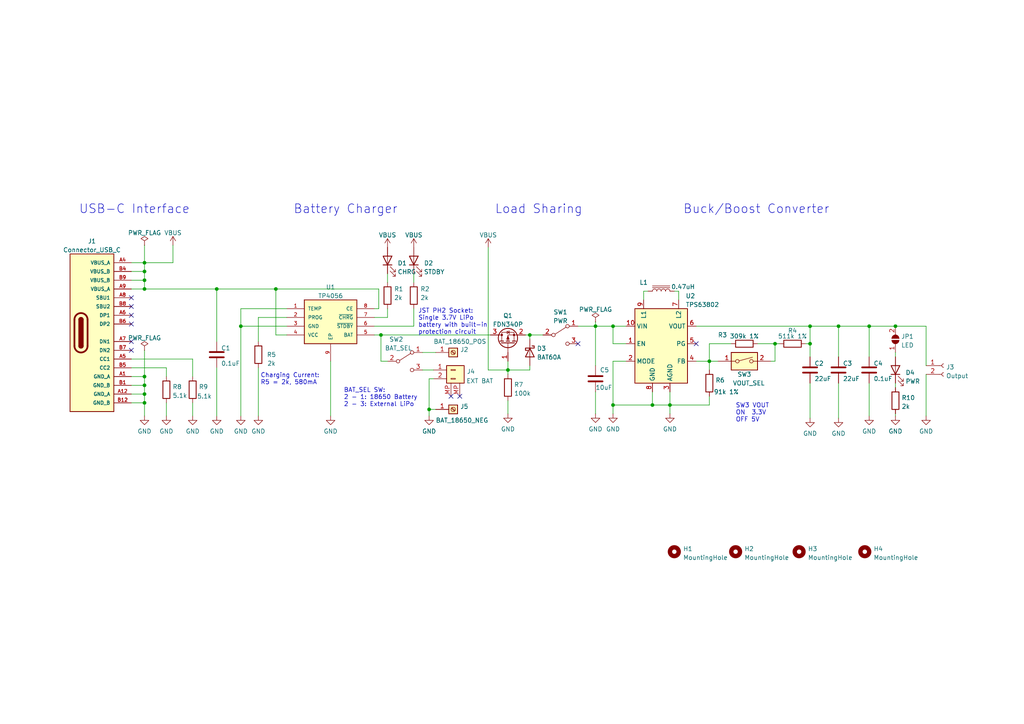
<source format=kicad_sch>
(kicad_sch (version 20211123) (generator eeschema)
  (paper "A4")
  (title_block (title "LiPo + 18650 Charger with Load Sharing") (date "2024-11-12") (rev "V1.0") (company "E-Tinkers.com") (comment 1 "www.e-tinkers.com") (comment 2 "Designed by: Henry Cheung"))
  (lib_symbols
    (symbol "Connector:Conn_01x02_Female" (pin_names (offset 1.016) hide)
      (property "Reference" "J" (at 0 2.54 0))
      (property "Value" "Conn_01x02_Female" (at 0 -5.08 0))
      (symbol "Conn_01x02_Female_1_1"
        (arc (start 0 -2.032) (mid -0.508 -2.54) (end 0 -3.048) (stroke (width 0.1524)))
        (polyline (pts (xy -1.27 -2.54) (xy -0.508 -2.54)) (stroke (width 0.1524)))
        (polyline (pts (xy -1.27 0) (xy -0.508 0)) (stroke (width 0.1524)))
        (arc (start 0 0.508) (mid -0.508 0) (end 0 -0.508) (stroke (width 0.1524)))
        (pin passive line (at -5.08 0 0) (length 3.81) (name "Pin_1") (number "1"))
        (pin passive line (at -5.08 -2.54 0) (length 3.81) (name "Pin_2") (number "2"))
      )
    )
    (symbol "Connector:Screw_Terminal_01x01" (pin_names (offset 1.016) hide)
      (property "Reference" "J" (at 0 2.54 0))
      (property "Value" "Screw_Terminal_01x01" (at 0 -2.54 0))
      (symbol "Screw_Terminal_01x01_1_1"
        (rectangle (start -1.27 1.27) (end 1.27 -1.27) (stroke (width 0.254)) (fill (type background)))
        (polyline (pts (xy -0.5334 0.3302) (xy 0.3302 -0.508)) (stroke (width 0.1524)))
        (polyline (pts (xy -0.3556 0.508) (xy 0.508 -0.3302)) (stroke (width 0.1524)))
        (circle (center 0 0) (radius 0.635) (stroke (width 0.1524)))
        (pin passive line (at -5.08 0 0) (length 3.81) (name "Pin_1") (number "1"))
      )
    )
    (symbol "Device:C" (pin_numbers hide) (pin_names (offset 0.254))
      (property "Reference" "C" (at 0.635 2.54 0))
      (property "Value" "C" (at 0.635 -2.54 0))
      (symbol "C_0_1"
        (polyline (pts (xy -2.032 -0.762) (xy 2.032 -0.762)) (stroke (width 0.508)))
        (polyline (pts (xy -2.032 0.762) (xy 2.032 0.762)) (stroke (width 0.508)))
      )
      (symbol "C_1_1"
        (pin passive line (at 0 3.81 270) (length 2.794) (name "~") (number "1"))
        (pin passive line (at 0 -3.81 90) (length 2.794) (name "~") (number "2"))
      )
    )
    (symbol "Device:D_Schottky" (pin_numbers hide) (pin_names (offset 1.016) hide)
      (property "Reference" "D" (at 0 2.54 0))
      (property "Value" "D_Schottky" (at 0 -2.54 0))
      (symbol "D_Schottky_0_1"
        (polyline (pts (xy 1.27 0) (xy -1.27 0)))
        (polyline (pts (xy 1.27 1.27) (xy 1.27 -1.27) (xy -1.27 0) (xy 1.27 1.27)) (stroke (width 0.254)))
        (polyline (pts (xy -1.905 0.635) (xy -1.905 1.27) (xy -1.27 1.27) (xy -1.27 -1.27) (xy -0.635 -1.27) (xy -0.635 -0.635)) (stroke (width 0.254)))
      )
      (symbol "D_Schottky_1_1"
        (pin passive line (at -3.81 0 0) (length 2.54) (name "K") (number "1"))
        (pin passive line (at 3.81 0 180) (length 2.54) (name "A") (number "2"))
      )
    )
    (symbol "Device:LED" (pin_numbers hide) (pin_names (offset 1.016) hide)
      (property "Reference" "D" (at 0 2.54 0))
      (property "Value" "LED" (at 0 -2.54 0))
      (symbol "LED_0_1"
        (polyline (pts (xy -1.27 -1.27) (xy -1.27 1.27)) (stroke (width 0.254)))
        (polyline (pts (xy -1.27 0) (xy 1.27 0)))
        (polyline (pts (xy 1.27 -1.27) (xy 1.27 1.27) (xy -1.27 0) (xy 1.27 -1.27)) (stroke (width 0.254)))
        (polyline (pts (xy -3.048 -0.762) (xy -4.572 -2.286) (xy -3.81 -2.286) (xy -4.572 -2.286) (xy -4.572 -1.524)))
        (polyline (pts (xy -1.778 -0.762) (xy -3.302 -2.286) (xy -2.54 -2.286) (xy -3.302 -2.286) (xy -3.302 -1.524)))
      )
      (symbol "LED_1_1"
        (pin passive line (at -3.81 0 0) (length 2.54) (name "K") (number "1"))
        (pin passive line (at 3.81 0 180) (length 2.54) (name "A") (number "2"))
      )
    )
    (symbol "Device:L_Iron" (pin_numbers hide) (pin_names (offset 1.016) hide)
      (property "Reference" "L" (at -1.27 0 90))
      (property "Value" "L_Iron" (at 2.794 0 90))
      (symbol "L_Iron_0_1"
        (arc (start 0 -2.54) (mid 0.635 -1.905) (end 0 -1.27))
        (arc (start 0 -1.27) (mid 0.635 -0.635) (end 0 0))
        (polyline (pts (xy 1.016 2.54) (xy 1.016 -2.54)))
        (polyline (pts (xy 1.524 -2.54) (xy 1.524 2.54)))
        (arc (start 0 0) (mid 0.635 0.635) (end 0 1.27))
        (arc (start 0 1.27) (mid 0.635 1.905) (end 0 2.54))
      )
      (symbol "L_Iron_1_1"
        (pin passive line (at 0 3.81 270) (length 1.27) (name "1") (number "1"))
        (pin passive line (at 0 -3.81 90) (length 1.27) (name "2") (number "2"))
      )
    )
    (symbol "Device:Q_PMOS_GSD" (pin_names (offset 0) hide)
      (property "Reference" "Q" (at 5.08 1.27 0))
      (property "Value" "Q_PMOS_GSD" (at 5.08 -1.27 0))
      (symbol "Q_PMOS_GSD_0_1"
        (polyline (pts (xy 0.254 0) (xy -2.54 0)))
        (polyline (pts (xy 0.254 1.905) (xy 0.254 -1.905)) (stroke (width 0.254)))
        (polyline (pts (xy 0.762 -1.27) (xy 0.762 -2.286)) (stroke (width 0.254)))
        (polyline (pts (xy 0.762 0.508) (xy 0.762 -0.508)) (stroke (width 0.254)))
        (polyline (pts (xy 0.762 2.286) (xy 0.762 1.27)) (stroke (width 0.254)))
        (polyline (pts (xy 2.54 2.54) (xy 2.54 1.778)))
        (polyline (pts (xy 2.54 -2.54) (xy 2.54 0) (xy 0.762 0)))
        (polyline (pts (xy 0.762 1.778) (xy 3.302 1.778) (xy 3.302 -1.778) (xy 0.762 -1.778)))
        (polyline (pts (xy 2.286 0) (xy 1.27 0.381) (xy 1.27 -0.381) (xy 2.286 0)) (fill (type outline)))
        (polyline (pts (xy 2.794 -0.508) (xy 2.921 -0.381) (xy 3.683 -0.381) (xy 3.81 -0.254)))
        (polyline (pts (xy 3.302 -0.381) (xy 2.921 0.254) (xy 3.683 0.254) (xy 3.302 -0.381)))
        (circle (center 1.651 0) (radius 2.794) (stroke (width 0.254)))
        (circle (center 2.54 -1.778) (radius 0.254) (fill (type outline)))
        (circle (center 2.54 1.778) (radius 0.254) (fill (type outline)))
      )
      (symbol "Q_PMOS_GSD_1_1"
        (pin input line (at -5.08 0 0) (length 2.54) (name "G") (number "1"))
        (pin passive line (at 2.54 -5.08 90) (length 2.54) (name "S") (number "2"))
        (pin passive line (at 2.54 5.08 270) (length 2.54) (name "D") (number "3"))
      )
    )
    (symbol "Device:R" (pin_numbers hide) (pin_names (offset 0))
      (property "Reference" "R" (at 2.032 0 90))
      (property "Value" "R" (at 0 0 90))
      (symbol "R_0_1"
        (rectangle (start -1.016 -2.54) (end 1.016 2.54) (stroke (width 0.254)))
      )
      (symbol "R_1_1"
        (pin passive line (at 0 3.81 270) (length 1.27) (name "~") (number "1"))
        (pin passive line (at 0 -3.81 90) (length 1.27) (name "~") (number "2"))
      )
    )
    (symbol "Jumper:SolderJumper_2_Open" (pin_names (offset 0) hide)
      (property "Reference" "JP" (at 0 2.032 0))
      (property "Value" "SolderJumper_2_Open" (at 0 -2.54 0))
      (symbol "SolderJumper_2_Open_0_1"
        (arc (start -0.254 1.016) (mid -1.27 0) (end -0.254 -1.016))
        (arc (start -0.254 1.016) (mid -1.27 0) (end -0.254 -1.016) (fill (type outline)))
        (polyline (pts (xy -0.254 1.016) (xy -0.254 -1.016)))
        (polyline (pts (xy 0.254 1.016) (xy 0.254 -1.016)))
        (arc (start 0.254 -1.016) (mid 1.27 0) (end 0.254 1.016))
        (arc (start 0.254 -1.016) (mid 1.27 0) (end 0.254 1.016) (fill (type outline)))
      )
      (symbol "SolderJumper_2_Open_1_1"
        (pin passive line (at -3.81 0 0) (length 2.54) (name "A") (number "1"))
        (pin passive line (at 3.81 0 180) (length 2.54) (name "B") (number "2"))
      )
    )
    (symbol "Mechanical:MountingHole" (pin_names (offset 1.016))
      (property "Reference" "H" (at 0 5.08 0))
      (property "Value" "MountingHole" (at 0 3.175 0))
      (symbol "MountingHole_0_1"
        (circle (center 0 0) (radius 1.27) (stroke (width 1.27)))
      )
    )
    (symbol "Switch:SW_DIP_x01" (pin_names (offset 0) hide)
      (property "Reference" "SW" (at 0 3.81 0))
      (property "Value" "SW_DIP_x01" (at 0 -3.81 0))
      (symbol "SW_DIP_x01_0_0"
        (circle (center -2.032 0) (radius 0.508))
        (polyline (pts (xy -1.524 0.127) (xy 2.3622 1.1684)))
        (circle (center 2.032 0) (radius 0.508))
      )
      (symbol "SW_DIP_x01_0_1"
        (rectangle (start -3.81 2.54) (end 3.81 -2.54) (stroke (width 0.254)) (fill (type background)))
      )
      (symbol "SW_DIP_x01_1_1"
        (pin passive line (at -7.62 0 0) (length 5.08) (name "~") (number "1"))
        (pin passive line (at 7.62 0 180) (length 5.08) (name "~") (number "2"))
      )
    )
    (symbol "Switch:SW_SPDT" (pin_names (offset 0) hide)
      (property "Reference" "SW" (at 0 4.318 0))
      (property "Value" "SW_SPDT" (at 0 -5.08 0))
      (symbol "SW_SPDT_0_0"
        (circle (center -2.032 0) (radius 0.508))
        (circle (center 2.032 -2.54) (radius 0.508))
      )
      (symbol "SW_SPDT_0_1"
        (polyline (pts (xy -1.524 0.254) (xy 1.651 2.286)))
        (circle (center 2.032 2.54) (radius 0.508))
      )
      (symbol "SW_SPDT_1_1"
        (pin passive line (at 5.08 2.54 180) (length 2.54) (name "A") (number "1"))
        (pin passive line (at -5.08 0 0) (length 2.54) (name "B") (number "2"))
        (pin passive line (at 5.08 -2.54 180) (length 2.54) (name "C") (number "3"))
      )
    )
    (symbol "my_library:Connector_USB_C" (pin_names (offset 1.016))
      (property "Reference" "J1" (at 0 26.5598 0))
      (property "Value" "Connector_USB_C" (at 0 24.0229 0))
      (symbol "Connector_USB_C_0_0"
        (rectangle (start -6.35 22.86) (end 6.35 -22.86) (stroke (width 0.254)) (fill (type background)))
        (pin power_in line (at 11.43 -12.7 180) (length 5.08) (name "GND_A") (number "A1"))
        (pin power_in line (at 11.43 -17.78 180) (length 5.08) (name "GND_A") (number "A12"))
        (pin power_in line (at 11.43 20.32 180) (length 5.08) (name "VBUS_A") (number "A4"))
        (pin bidirectional line (at 11.43 -7.62 180) (length 5.08) (name "CC1") (number "A5"))
        (pin bidirectional line (at 11.43 5.08 180) (length 5.08) (name "DP1") (number "A6"))
        (pin bidirectional line (at 11.43 -2.54 180) (length 5.08) (name "DN1") (number "A7"))
        (pin bidirectional line (at 11.43 10.16 180) (length 5.08) (name "SBU1") (number "A8"))
        (pin power_in line (at 11.43 12.7 180) (length 5.08) (name "VBUS_A") (number "A9"))
        (pin power_in line (at 11.43 -15.24 180) (length 5.08) (name "GND_B") (number "B1"))
        (pin power_in line (at 11.43 -20.32 180) (length 5.08) (name "GND_B") (number "B12"))
        (pin power_in line (at 11.43 17.78 180) (length 5.08) (name "VBUS_B") (number "B4"))
        (pin bidirectional line (at 11.43 -10.16 180) (length 5.08) (name "CC2") (number "B5"))
        (pin bidirectional line (at 11.43 2.54 180) (length 5.08) (name "DP2") (number "B6"))
        (pin bidirectional line (at 11.43 -5.08 180) (length 5.08) (name "DN2") (number "B7"))
        (pin bidirectional line (at 11.43 7.62 180) (length 5.08) (name "SBU2") (number "B8"))
        (pin power_in line (at 11.43 15.24 180) (length 5.08) (name "VBUS_B") (number "B9"))
        (pin no_connect line (at -3.81 -27.94 90) (length 5.08) hide (name "SHIELD") (number "S1"))
        (pin no_connect line (at -1.27 -27.94 90) (length 5.08) hide (name "SHIELD") (number "S2"))
        (pin no_connect line (at 1.27 -27.94 90) (length 5.08) hide (name "SHIELD") (number "S3"))
        (pin no_connect line (at 3.81 -27.94 90) (length 5.08) hide (name "SHIELD") (number "S4"))
      )
      (symbol "Connector_USB_C_0_1"
        (arc (start -5.08 -3.81) (mid -3.175 -5.715) (end -1.27 -3.81) (stroke (width 0.508)))
        (arc (start -3.81 -3.81) (mid -3.175 -4.445) (end -2.54 -3.81) (stroke (width 0.254)))
        (arc (start -3.81 -3.81) (mid -3.175 -4.445) (end -2.54 -3.81) (stroke (width 0.254)) (fill (type outline)))
        (rectangle (start -3.81 -3.81) (end -2.54 3.81) (stroke (width 0.254)) (fill (type outline)))
        (arc (start -2.54 3.81) (mid -3.175 4.445) (end -3.81 3.81) (stroke (width 0.254)))
        (arc (start -2.54 3.81) (mid -3.175 4.445) (end -3.81 3.81) (stroke (width 0.254)) (fill (type outline)))
        (arc (start -1.27 3.81) (mid -3.175 5.715) (end -5.08 3.81) (stroke (width 0.508)))
        (polyline (pts (xy -5.08 -3.81) (xy -5.08 3.81)) (stroke (width 0.508)))
        (polyline (pts (xy -1.27 3.81) (xy -1.27 -3.81)) (stroke (width 0.508)))
      )
    )
    (symbol "my_library:S2B-PH-SM4-TB" (pin_names (offset 1.016) hide)
      (property "Reference" "J" (at 0 2.54 0))
      (property "Value" "S2B-PH-SM4-TB" (at 0 -5.08 0))
      (symbol "S2B-PH-SM4-TB_1_1"
        (rectangle (start -2.54 1.27) (end 2.54 -3.81) (stroke (width 0.254)) (fill (type background)))
        (rectangle (start -1.27 -2.413) (end 0 -2.667) (stroke (width 0.1524)))
        (rectangle (start -1.27 0.127) (end 0 -0.127) (stroke (width 0.1524)))
        (pin passive line (at -6.35 0 0) (length 3.81) (name "Pin_1") (number "1"))
        (pin passive line (at -6.35 -2.54 0) (length 3.81) (name "Pin_2") (number "2"))
        (pin passive line (at -1.27 -7.62 90) (length 3.81) (name "") (number "MP"))
        (pin passive line (at 1.27 -7.62 90) (length 3.81) (name "") (number "MP"))
      )
    )
    (symbol "my_library:TP4056" (pin_names (offset 1.016))
      (property "Reference" "U3" (at -2.54 10.0498 0))
      (property "Value" "TP4056" (at -2.54 7.5129 0))
      (symbol "TP4056_0_0"
        (rectangle (start -10.16 6.35) (end 5.08 -6.35) (stroke (width 0.254)) (fill (type background)))
        (pin input line (at -15.24 3.81 0) (length 5.08) (name "TEMP") (number "1"))
        (pin bidirectional line (at -15.24 1.27 0) (length 5.08) (name "PROG") (number "2"))
        (pin power_in line (at -15.24 -1.27 0) (length 5.08) (name "GND") (number "3"))
        (pin power_in line (at -15.24 -3.81 0) (length 5.08) (name "VCC") (number "4"))
        (pin power_out line (at 10.16 -3.81 180) (length 5.08) (name "BAT") (number "5"))
        (pin output line (at 10.16 -1.27 180) (length 5.08) (name "~{STDBY}") (number "6"))
        (pin output line (at 10.16 1.27 180) (length 5.08) (name "~{CHRG}") (number "7"))
        (pin input line (at 10.16 3.81 180) (length 5.08) (name "CE") (number "8"))
        (pin passive line (at -2.54 -11.43 90) (length 5.08) (name "EP") (number "9"))
      )
    )
    (symbol "my_library:TPS63802"
      (property "Reference" "U1" (at -11.43 15.24 0))
      (property "Value" "TPS63802" (at 5.08 -11.43 0))
      (symbol "TPS63802_0_1"
        (rectangle (start -7.62 12.7) (end 7.62 -8.89) (stroke (width 0.254)) (fill (type background)))
      )
      (symbol "TPS63802_1_1"
        (pin input line (at -10.16 2.54 0) (length 2.54) (name "EN") (number "1"))
        (pin power_in line (at -10.16 7.62 0) (length 2.54) (name "VIN") (number "10"))
        (pin passive line (at -10.16 -2.54 0) (length 2.54) (name "MODE") (number "2"))
        (pin power_in line (at 2.54 -11.43 90) (length 2.54) (name "AGND") (number "3"))
        (pin input line (at 10.16 -2.54 180) (length 2.54) (name "FB") (number "4"))
        (pin output line (at 10.16 2.54 180) (length 2.54) (name "PG") (number "5"))
        (pin power_out line (at 10.16 7.62 180) (length 2.54) (name "VOUT") (number "6"))
        (pin input line (at 5.08 15.24 270) (length 2.54) (name "L2") (number "7"))
        (pin power_in line (at -2.54 -11.43 90) (length 2.54) (name "GND") (number "8"))
        (pin input line (at -5.08 15.24 270) (length 2.54) (name "L1") (number "9"))
      )
    )
    (symbol "power:GND" (power) (pin_names (offset 0))
      (property "Value" "GND" (at 0 -3.81 0))
      (symbol "GND_0_1"
        (polyline (pts (xy 0 0) (xy 0 -1.27) (xy 1.27 -1.27) (xy 0 -2.54) (xy -1.27 -1.27) (xy 0 -1.27)))
      )
      (symbol "GND_1_1"
        (pin power_in line (at 0 0 270) (length 0) hide (name "GND") (number "1"))
      )
    )
    (symbol "power:PWR_FLAG" (power) (pin_numbers hide) (pin_names (offset 0) hide)
      (property "Value" "PWR_FLAG" (at 0 3.81 0))
      (symbol "PWR_FLAG_0_0"
        (pin power_out line (at 0 0 90) (length 0) (name "pwr") (number "1"))
      )
      (symbol "PWR_FLAG_0_1"
        (polyline (pts (xy 0 0) (xy 0 1.27) (xy -1.016 1.905) (xy 0 2.54) (xy 1.016 1.905) (xy 0 1.27)))
      )
    )
    (symbol "power:VBUS" (power) (pin_names (offset 0))
      (property "Value" "VBUS" (at 0 3.81 0))
      (symbol "VBUS_0_1"
        (polyline (pts (xy -0.762 1.27) (xy 0 2.54)))
        (polyline (pts (xy 0 0) (xy 0 2.54)))
        (polyline (pts (xy 0 2.54) (xy 0.762 1.27)))
      )
      (symbol "VBUS_1_1"
        (pin power_in line (at 0 0 90) (length 0) hide (name "VBUS") (number "1"))
      )
    )
  )
  (junction (at 243.205 94.615))
  (junction (at 259.715 94.615))
  (junction (at 41.91 76.2))
  (junction (at 194.31 117.475))
  (junction (at 147.32 107.315))
  (junction (at 62.865 83.82))
  (junction (at 205.74 104.775))
  (junction (at 124.46 118.745))
  (junction (at 177.8 117.475))
  (junction (at 252.095 94.615))
  (junction (at 110.49 97.155))
  (junction (at 80.01 83.82))
  (junction (at 153.67 97.155))
  (junction (at 224.79 99.695))
  (junction (at 41.91 109.22))
  (junction (at 41.91 78.74))
  (junction (at 234.95 94.615))
  (junction (at 177.8 94.615))
  (junction (at 41.91 114.3))
  (junction (at 41.91 116.84))
  (junction (at 41.91 111.76))
  (junction (at 189.23 117.475))
  (junction (at 69.85 94.615))
  (junction (at 41.91 81.28))
  (junction (at 41.91 83.82))
  (junction (at 234.95 99.695))
  (junction (at 172.72 94.615))
  (no_connect (at 167.64 99.695))
  (no_connect (at 133.35 114.935))
  (no_connect (at 38.1 86.36))
  (no_connect (at 38.1 88.9))
  (no_connect (at 38.1 91.44))
  (no_connect (at 38.1 93.98))
  (no_connect (at 38.1 99.06))
  (no_connect (at 38.1 101.6))
  (no_connect (at 130.81 114.935))
  (no_connect (at 201.93 99.695))
  (wire (pts (xy 172.72 93.345) (xy 172.72 94.615)))
  (wire (pts (xy 108.585 89.535) (xy 109.855 89.535)))
  (wire (pts (xy 38.1 78.74) (xy 41.91 78.74)))
  (wire (pts (xy 147.32 116.205) (xy 147.32 120.015)))
  (wire (pts (xy 112.395 104.775) (xy 110.49 104.775)))
  (wire (pts (xy 172.72 94.615) (xy 172.72 106.045)))
  (wire (pts (xy 152.4 97.155) (xy 153.67 97.155)))
  (wire (pts (xy 181.61 104.775) (xy 177.8 104.775)))
  (wire (pts (xy 55.88 116.84) (xy 55.88 120.65)))
  (wire (pts (xy 268.605 94.615) (xy 268.605 106.045)))
  (wire (pts (xy 38.1 104.14) (xy 55.88 104.14)))
  (wire (pts (xy 41.91 111.76) (xy 41.91 114.3)))
  (wire (pts (xy 108.585 94.615) (xy 120.015 94.615)))
  (wire (pts (xy 177.8 99.695) (xy 177.8 94.615)))
  (wire (pts (xy 126.365 118.745) (xy 124.46 118.745)))
  (wire (pts (xy 205.74 104.775) (xy 208.28 104.775)))
  (wire (pts (xy 189.23 117.475) (xy 189.23 113.665)))
  (wire (pts (xy 124.46 118.745) (xy 124.46 120.65)))
  (wire (pts (xy 69.85 89.535) (xy 69.85 94.615)))
  (wire (pts (xy 122.555 107.315) (xy 125.73 107.315)))
  (wire (pts (xy 147.32 107.315) (xy 147.32 108.585)))
  (wire (pts (xy 41.91 78.74) (xy 41.91 76.2)))
  (wire (pts (xy 120.015 94.615) (xy 120.015 89.535)))
  (wire (pts (xy 50.165 71.12) (xy 50.165 76.2)))
  (wire (pts (xy 252.095 94.615) (xy 252.095 103.505)))
  (wire (pts (xy 196.85 84.455) (xy 196.85 86.995)))
  (wire (pts (xy 243.205 111.125) (xy 243.205 121.285)))
  (wire (pts (xy 224.79 99.695) (xy 226.06 99.695)))
  (wire (pts (xy 172.72 113.665) (xy 172.72 120.015)))
  (wire (pts (xy 234.95 94.615) (xy 243.205 94.615)))
  (wire (pts (xy 38.1 81.28) (xy 41.91 81.28)))
  (wire (pts (xy 80.01 83.82) (xy 80.01 97.155)))
  (wire (pts (xy 80.01 97.155) (xy 83.185 97.155)))
  (wire (pts (xy 69.85 94.615) (xy 83.185 94.615)))
  (wire (pts (xy 41.91 71.12) (xy 41.91 76.2)))
  (wire (pts (xy 141.605 107.315) (xy 147.32 107.315)))
  (wire (pts (xy 223.52 104.775) (xy 224.79 104.775)))
  (wire (pts (xy 110.49 104.775) (xy 110.49 97.155)))
  (wire (pts (xy 259.715 102.235) (xy 259.715 103.505)))
  (wire (pts (xy 41.91 116.84) (xy 41.91 120.65)))
  (wire (pts (xy 205.74 104.775) (xy 205.74 107.315)))
  (wire (pts (xy 205.74 114.935) (xy 205.74 117.475)))
  (wire (pts (xy 62.865 106.68) (xy 62.865 120.65)))
  (wire (pts (xy 224.79 99.695) (xy 224.79 104.775)))
  (wire (pts (xy 141.605 71.755) (xy 141.605 107.315)))
  (wire (pts (xy 124.46 109.855) (xy 124.46 118.745)))
  (wire (pts (xy 153.67 97.155) (xy 157.48 97.155)))
  (wire (pts (xy 50.165 76.2) (xy 41.91 76.2)))
  (wire (pts (xy 74.93 92.075) (xy 74.93 99.06)))
  (wire (pts (xy 147.32 104.775) (xy 147.32 107.315)))
  (wire (pts (xy 48.26 106.68) (xy 48.26 109.22)))
  (wire (pts (xy 189.23 117.475) (xy 194.31 117.475)))
  (wire (pts (xy 38.1 83.82) (xy 41.91 83.82)))
  (wire (pts (xy 205.74 117.475) (xy 194.31 117.475)))
  (wire (pts (xy 195.58 84.455) (xy 196.85 84.455)))
  (wire (pts (xy 38.1 109.22) (xy 41.91 109.22)))
  (wire (pts (xy 177.8 117.475) (xy 177.8 120.015)))
  (wire (pts (xy 41.91 81.28) (xy 41.91 78.74)))
  (wire (pts (xy 234.95 99.695) (xy 234.95 103.505)))
  (wire (pts (xy 268.605 108.585) (xy 268.605 120.65)))
  (wire (pts (xy 205.74 104.775) (xy 205.74 99.695)))
  (wire (pts (xy 109.855 83.82) (xy 109.855 89.535)))
  (wire (pts (xy 201.93 94.615) (xy 234.95 94.615)))
  (wire (pts (xy 83.185 89.535) (xy 69.85 89.535)))
  (wire (pts (xy 108.585 92.075) (xy 112.395 92.075)))
  (wire (pts (xy 243.205 94.615) (xy 252.095 94.615)))
  (wire (pts (xy 38.1 116.84) (xy 41.91 116.84)))
  (wire (pts (xy 153.67 107.315) (xy 147.32 107.315)))
  (wire (pts (xy 55.88 104.14) (xy 55.88 109.22)))
  (wire (pts (xy 181.61 99.695) (xy 177.8 99.695)))
  (wire (pts (xy 252.095 94.615) (xy 259.715 94.615)))
  (wire (pts (xy 74.93 92.075) (xy 83.185 92.075)))
  (wire (pts (xy 194.31 117.475) (xy 194.31 120.015)))
  (wire (pts (xy 201.93 104.775) (xy 205.74 104.775)))
  (wire (pts (xy 234.95 94.615) (xy 234.95 99.695)))
  (wire (pts (xy 186.69 84.455) (xy 186.69 86.995)))
  (wire (pts (xy 187.96 84.455) (xy 186.69 84.455)))
  (wire (pts (xy 38.1 76.2) (xy 41.91 76.2)))
  (wire (pts (xy 122.555 102.235) (xy 126.365 102.235)))
  (wire (pts (xy 167.64 94.615) (xy 172.72 94.615)))
  (wire (pts (xy 219.71 99.695) (xy 224.79 99.695)))
  (wire (pts (xy 153.67 97.155) (xy 153.67 98.425)))
  (wire (pts (xy 41.91 109.22) (xy 41.91 111.76)))
  (wire (pts (xy 69.85 94.615) (xy 69.85 120.65)))
  (wire (pts (xy 205.74 99.695) (xy 212.09 99.695)))
  (wire (pts (xy 48.26 116.84) (xy 48.26 120.65)))
  (wire (pts (xy 259.715 120.015) (xy 259.715 120.65)))
  (wire (pts (xy 38.1 114.3) (xy 41.91 114.3)))
  (wire (pts (xy 74.93 106.68) (xy 74.93 120.65)))
  (wire (pts (xy 153.67 106.045) (xy 153.67 107.315)))
  (wire (pts (xy 177.8 94.615) (xy 181.61 94.615)))
  (wire (pts (xy 112.395 81.915) (xy 112.395 79.375)))
  (wire (pts (xy 177.8 117.475) (xy 189.23 117.475)))
  (wire (pts (xy 112.395 92.075) (xy 112.395 89.535)))
  (wire (pts (xy 259.715 94.615) (xy 268.605 94.615)))
  (wire (pts (xy 243.205 94.615) (xy 243.205 103.505)))
  (wire (pts (xy 95.885 104.775) (xy 95.885 120.65)))
  (wire (pts (xy 108.585 97.155) (xy 110.49 97.155)))
  (wire (pts (xy 38.1 106.68) (xy 48.26 106.68)))
  (wire (pts (xy 233.68 99.695) (xy 234.95 99.695)))
  (wire (pts (xy 62.865 83.82) (xy 62.865 99.06)))
  (wire (pts (xy 110.49 97.155) (xy 142.24 97.155)))
  (wire (pts (xy 38.1 111.76) (xy 41.91 111.76)))
  (wire (pts (xy 259.715 111.125) (xy 259.715 112.395)))
  (wire (pts (xy 41.91 101.6) (xy 41.91 109.22)))
  (wire (pts (xy 62.865 83.82) (xy 80.01 83.82)))
  (wire (pts (xy 234.95 111.125) (xy 234.95 121.285)))
  (wire (pts (xy 125.73 109.855) (xy 124.46 109.855)))
  (wire (pts (xy 194.31 113.665) (xy 194.31 117.475)))
  (wire (pts (xy 41.91 114.3) (xy 41.91 116.84)))
  (wire (pts (xy 41.91 83.82) (xy 62.865 83.82)))
  (wire (pts (xy 177.8 104.775) (xy 177.8 117.475)))
  (wire (pts (xy 41.91 81.28) (xy 41.91 83.82)))
  (wire (pts (xy 252.095 111.125) (xy 252.095 120.65)))
  (wire (pts (xy 80.01 83.82) (xy 109.855 83.82)))
  (wire (pts (xy 120.015 81.915) (xy 120.015 79.375)))
  (wire (pts (xy 172.72 94.615) (xy 177.8 94.615)))
  (text "Battery Charger" (at 85.09 62.23 0) (effects (font (size 2.54 2.54)) (justify left bottom)))
  (text "Charging Current:\nR5 = 2k, 580mA" (at 75.565 111.76 0) (effects (font (size 1.27 1.27)) (justify left bottom)))
  (text "BAT_SEL SW:\n2 - 1: 18650 Battery\n2 - 3: External LiPo" (at 99.695 118.11 0) (effects (font (size 1.27 1.27)) (justify left bottom)))
  (text "Buck/Boost Converter" (at 198.12 62.23 0) (effects (font (size 2.54 2.54)) (justify left bottom)))
  (text "SW3 VOUT\nON  3.3V\nOFF 5V" (at 213.36 122.555 0) (effects (font (size 1.27 1.27)) (justify left bottom)))
  (text "USB-C Interface" (at 22.86 62.23 0) (effects (font (size 2.54 2.54)) (justify left bottom)))
  (text "Load Sharing" (at 143.51 62.23 0) (effects (font (size 2.54 2.54)) (justify left bottom)))
  (text "JST PH2 Socket:\nSingle 3.7V LiPo\nbattery with built-in\nprotection circuit" (at 121.285 97.155 0) (effects (font (size 1.27 1.27)) (justify left bottom)))
  (symbol (lib_id "power:GND") (at 243.205 121.285 0) (unit 1)
    (property "Reference" "#PWR021" (effects hide))
    (property "Value" "GND" (at 243.205 125.7284 0))
  )
  (symbol (lib_id "power:GND") (at 268.605 120.65 0) (unit 1)
    (property "Reference" "#PWR019" (effects hide))
    (property "Value" "GND" (at 268.605 125.0934 0))
  )
  (symbol (lib_id "Device:C") (at 62.865 102.87 0) (unit 1)
    (property "Reference" "C1" (at 64.135 100.965 0) (effects (justify left)))
    (property "Value" "0.1uF" (at 64.135 105.41 0) (effects (justify left)))
    (property "Footprint" "Capacitor_SMD:C_0603_1608Metric" (effects hide))
  )
  (symbol (lib_id "Device:R") (at 215.9 99.695 90) (unit 1)
    (property "Reference" "R3" (at 209.55 97.155 90))
    (property "Value" "309k 1%" (at 215.9 97.5161 90))
    (property "Footprint" "Resistor_SMD:R_0603_1608Metric" (effects hide))
  )
  (symbol (lib_id "Device:L_Iron") (at 191.77 84.455 90) (unit 1)
    (property "Reference" "L1" (at 186.69 81.915 90))
    (property "Value" "0.47uH" (at 198.12 83.185 90))
    (property "Footprint" "Inductor_SMD:L_Taiyo-Yuden_NR-50xx_HandSoldering" (effects hide))
  )
  (symbol (lib_id "Connector:Conn_01x02_Female") (at 273.685 106.045 0) (unit 1)
    (property "Reference" "J3" (at 274.3962 106.4803 0) (effects (justify left)))
    (property "Value" "Output" (at 274.3962 109.0172 0) (effects (justify left)))
    (property "Footprint" "Connector_PinSocket_2.54mm:PinSocket_1x02_P2.54mm_Vertical" (effects hide))
  )
  (symbol (lib_id "Device:R") (at 147.32 112.395 0) (unit 1)
    (property "Reference" "R7" (at 149.098 111.5603 0) (effects (justify left)))
    (property "Value" "100k" (at 149.098 114.0972 0) (effects (justify left)))
    (property "Footprint" "Resistor_SMD:R_0603_1608Metric" (effects hide))
  )
  (symbol (lib_id "power:VBUS") (at 120.015 71.755 0) (unit 1)
    (property "Reference" "#PWR03" (effects hide))
    (property "Value" "VBUS" (at 120.015 68.1792 0))
  )
  (symbol (lib_id "Device:R") (at 55.88 113.03 0) (unit 1)
    (property "Reference" "R9" (at 57.658 112.1953 0) (effects (justify left)))
    (property "Value" "5.1k" (at 57.15 114.935 0) (effects (justify left)))
    (property "Footprint" "Resistor_SMD:R_0603_1608Metric" (effects hide))
  )
  (symbol (lib_id "Switch:SW_SPDT") (at 117.475 104.775 0) (unit 1)
    (property "Reference" "SW2" (at 114.935 98.425 0))
    (property "Value" "BAT_SEL" (at 115.57 100.965 0))
    (property "Footprint" "easyeda2kicad:SW_SPDT_MK-12C02-C963206" (effects hide))
  )
  (symbol (lib_id "Device:Q_PMOS_GSD") (at 147.32 99.695 90) (unit 1)
    (property "Reference" "Q1" (at 147.32 91.5502 90))
    (property "Value" "FDN340P" (at 147.32 94.0871 90))
    (property "Footprint" "Package_TO_SOT_SMD:SOT-23_Handsoldering" (effects hide))
  )
  (symbol (lib_id "power:GND") (at 259.715 120.65 0) (unit 1)
    (property "Reference" "#PWR018" (effects hide))
    (property "Value" "GND" (at 259.715 125.0934 0))
  )
  (symbol (lib_id "Device:C") (at 172.72 109.855 0) (unit 1)
    (property "Reference" "C5" (at 173.99 107.315 0) (effects (justify left)))
    (property "Value" "10uF" (at 172.72 112.395 0) (effects (justify left)))
    (property "Footprint" "Capacitor_SMD:C_0603_1608Metric" (effects hide))
  )
  (symbol (lib_id "Device:LED") (at 120.015 75.565 90) (unit 1)
    (property "Reference" "D2" (at 122.936 76.3178 90) (effects (justify right)))
    (property "Value" "STDBY" (at 122.936 78.8547 90) (effects (justify right)))
    (property "Footprint" "LED_SMD:LED_0603_1608Metric" (effects hide))
  )
  (symbol (lib_id "Device:R") (at 229.87 99.695 90) (unit 1)
    (property "Reference" "R4" (at 229.87 95.885 90))
    (property "Value" "511k 1%" (at 229.87 97.5161 90))
    (property "Footprint" "Resistor_SMD:R_0603_1608Metric" (effects hide))
  )
  (symbol (lib_id "Mechanical:MountingHole") (at 213.36 160.02 0) (unit 1)
    (property "Reference" "H2" (at 215.9 159.1853 0) (effects (justify left)))
    (property "Value" "MountingHole" (at 215.9 161.7222 0) (effects (justify left)))
    (property "Footprint" "MountingHole:MountingHole_2.7mm_M2.5" (effects hide))
  )
  (symbol (lib_id "Switch:SW_DIP_x01") (at 215.9 104.775 0) (unit 1)
    (property "Reference" "SW3" (at 215.9 108.585 0))
    (property "Value" "VOUT_SEL" (at 217.17 111.125 0))
    (property "Footprint" "Button_Switch_SMD:SW_DIP_SPSTx01_Slide_Copal_CHS-01A_W5.08mm_P1.27mm_JPin" (effects hide))
  )
  (symbol (lib_id "my_library:Connector_USB_C") (at 26.67 96.52 0) (unit 1)
    (property "Reference" "J1" (at 26.67 69.9602 0))
    (property "Value" "Connector_USB_C" (at 26.67 72.4971 0))
    (property "Footprint" "my_library:XUNPU_TYPEC-304-ACP16" (effects hide))
  )
  (symbol (lib_id "power:GND") (at 55.88 120.65 0) (unit 1)
    (property "Reference" "#PWR011" (effects hide))
    (property "Value" "GND" (at 55.88 125.0934 0))
  )
  (symbol (lib_id "power:GND") (at 74.93 120.65 0) (unit 1)
    (property "Reference" "#PWR014" (effects hide))
    (property "Value" "GND" (at 74.93 125.0934 0))
  )
  (symbol (lib_id "Device:R") (at 120.015 85.725 0) (unit 1)
    (property "Reference" "R2" (at 121.92 83.8231 0) (effects (justify left)))
    (property "Value" "2k" (at 121.92 86.36 0) (effects (justify left)))
    (property "Footprint" "Resistor_SMD:R_0603_1608Metric" (effects hide))
  )
  (symbol (lib_id "Device:R") (at 112.395 85.725 0) (unit 1)
    (property "Reference" "R1" (at 114.3 83.8231 0) (effects (justify left)))
    (property "Value" "2k" (at 114.3 86.36 0) (effects (justify left)))
    (property "Footprint" "Resistor_SMD:R_0603_1608Metric" (effects hide))
  )
  (symbol (lib_id "power:PWR_FLAG") (at 41.91 71.12 0) (unit 1)
    (property "Reference" "#FLG01" (effects hide))
    (property "Value" "PWR_FLAG" (at 41.91 67.5442 0))
  )
  (symbol (lib_id "power:PWR_FLAG") (at 172.72 93.345 0) (unit 1)
    (property "Reference" "#FLG02" (effects hide))
    (property "Value" "PWR_FLAG" (at 172.72 89.7692 0))
  )
  (symbol (lib_id "power:PWR_FLAG") (at 41.91 101.6 0) (unit 1)
    (property "Reference" "#FLG03" (effects hide))
    (property "Value" "PWR_FLAG" (at 41.91 98.0242 0))
  )
  (symbol (lib_id "power:GND") (at 62.865 120.65 0) (unit 1)
    (property "Reference" "#PWR012" (effects hide))
    (property "Value" "GND" (at 62.865 125.0934 0))
  )
  (symbol (lib_id "Device:R") (at 48.26 113.03 0) (unit 1)
    (property "Reference" "R8" (at 50.038 112.1953 0) (effects (justify left)))
    (property "Value" "5.1k" (at 50.038 114.7322 0) (effects (justify left)))
    (property "Footprint" "Resistor_SMD:R_0603_1608Metric" (effects hide))
  )
  (symbol (lib_id "my_library:S2B-PH-SM4-TB") (at 132.08 107.315 0) (unit 1)
    (property "Reference" "J4" (at 135.382 107.7503 0) (effects (justify left)))
    (property "Value" "EXT BAT" (at 135.255 110.49 0) (effects (justify left)))
    (property "Footprint" "my_library:JST_PH_S2B-PH-SM4-TB_1x02-1MP_P2.00mm_Horizontal" (effects hide))
  )
  (symbol (lib_id "Device:C") (at 243.205 107.315 0) (unit 1)
    (property "Reference" "C3" (at 244.475 105.41 0) (effects (justify left)))
    (property "Value" "22uF" (at 244.475 109.855 0) (effects (justify left)))
    (property "Footprint" "Capacitor_SMD:C_0603_1608Metric" (effects hide))
  )
  (symbol (lib_id "power:VBUS") (at 141.605 71.755 0) (unit 1)
    (property "Reference" "#PWR04" (effects hide))
    (property "Value" "VBUS" (at 141.605 68.1792 0))
  )
  (symbol (lib_id "my_library:TPS63802") (at 191.77 102.235 0) (unit 1)
    (property "Reference" "U2" (at 198.8694 85.8352 0) (effects (justify left)))
    (property "Value" "TPS63802" (at 198.8694 88.3721 0) (effects (justify left)))
    (property "Footprint" "my_library:TPS63802DLAR" (effects hide))
    (property "Datasheet" "https://www.ti.com/lit/ds/symlink/tps63802.pdf" (effects hide))
  )
  (symbol (lib_id "Device:C") (at 252.095 107.315 0) (unit 1)
    (property "Reference" "C4" (at 253.365 105.41 0) (effects (justify left)))
    (property "Value" "0.1uF" (at 253.365 109.855 0) (effects (justify left)))
    (property "Footprint" "Capacitor_SMD:C_0603_1608Metric" (effects hide))
  )
  (symbol (lib_id "Connector:Screw_Terminal_01x01") (at 131.445 118.745 0) (unit 1)
    (property "Reference" "J5" (at 133.477 117.9103 0) (effects (justify left)))
    (property "Value" "BAT_18650_NEG" (at 126.365 121.92 0) (effects (justify left)))
    (property "Footprint" "easyeda2kicad:BAT-SMD_MY-18650-02" (effects hide))
  )
  (symbol (lib_id "Device:LED") (at 259.715 107.315 90) (unit 1)
    (property "Reference" "D4" (at 262.636 108.0678 90) (effects (justify right)))
    (property "Value" "PWR" (at 262.636 110.6047 90) (effects (justify right)))
    (property "Footprint" "LED_SMD:LED_0603_1608Metric" (effects hide))
  )
  (symbol (lib_id "power:GND") (at 69.85 120.65 0) (unit 1)
    (property "Reference" "#PWR013" (effects hide))
    (property "Value" "GND" (at 69.85 125.0934 0))
  )
  (symbol (lib_id "power:VBUS") (at 112.395 71.755 0) (unit 1)
    (property "Reference" "#PWR02" (effects hide))
    (property "Value" "VBUS" (at 112.395 68.1792 0))
  )
  (symbol (lib_id "Jumper:SolderJumper_2_Open") (at 259.715 98.425 90) (unit 1)
    (property "Reference" "JP1" (at 261.366 97.5903 90) (effects (justify right)))
    (property "Value" "LED" (at 261.366 100.1272 90) (effects (justify right)))
    (property "Footprint" "Jumper:SolderJumper-2_P1.3mm_Open_RoundedPad1.0x1.5mm" (effects hide))
  )
  (symbol (lib_id "Device:R") (at 205.74 111.125 0) (unit 1)
    (property "Reference" "R6" (at 207.518 110.2903 0) (effects (justify left)))
    (property "Value" "91k 1%" (at 207.01 113.665 0) (effects (justify left)))
    (property "Footprint" "Resistor_SMD:R_0603_1608Metric" (effects hide))
  )
  (symbol (lib_id "power:GND") (at 147.32 120.015 0) (unit 1)
    (property "Reference" "#PWR05" (effects hide))
    (property "Value" "GND" (at 147.32 124.4584 0))
  )
  (symbol (lib_id "power:GND") (at 252.095 120.65 0) (unit 1)
    (property "Reference" "#PWR017" (effects hide))
    (property "Value" "GND" (at 252.095 125.0934 0))
  )
  (symbol (lib_id "Switch:SW_SPDT") (at 162.56 97.155 0) (unit 1)
    (property "Reference" "SW1" (at 162.56 90.5342 0))
    (property "Value" "PWR" (at 162.56 93.0711 0))
    (property "Footprint" "easyeda2kicad:SW_SPDT_MK-12C02-C963206" (effects hide))
  )
  (symbol (lib_id "power:GND") (at 172.72 120.015 0) (unit 1)
    (property "Reference" "#PWR06" (effects hide))
    (property "Value" "GND" (at 172.72 124.4584 0))
  )
  (symbol (lib_id "power:GND") (at 95.885 120.65 0) (unit 1)
    (property "Reference" "#PWR015" (effects hide))
    (property "Value" "GND" (at 95.885 125.0934 0))
  )
  (symbol (lib_id "power:GND") (at 48.26 120.65 0) (unit 1)
    (property "Reference" "#PWR010" (effects hide))
    (property "Value" "GND" (at 48.26 125.0934 0))
  )
  (symbol (lib_id "Device:R") (at 74.93 102.87 180) (unit 1)
    (property "Reference" "R5" (at 78.74 102.87 0))
    (property "Value" "2k" (at 78.74 105.41 0))
    (property "Footprint" "Resistor_SMD:R_0603_1608Metric" (effects hide))
  )
  (symbol (lib_id "Device:LED") (at 112.395 75.565 90) (unit 1)
    (property "Reference" "D1" (at 115.316 76.3178 90) (effects (justify right)))
    (property "Value" "CHRG" (at 115.316 78.8547 90) (effects (justify right)))
    (property "Footprint" "LED_SMD:LED_0603_1608Metric" (effects hide))
  )
  (symbol (lib_id "Device:D_Schottky") (at 153.67 102.235 270) (unit 1)
    (property "Reference" "D3" (at 155.702 101.0828 90) (effects (justify left)))
    (property "Value" "BAT60A" (at 155.702 103.6197 90) (effects (justify left)))
    (property "Footprint" "Diode_SMD:D_SOD-323_HandSoldering" (effects hide))
  )
  (symbol (lib_id "power:GND") (at 234.95 121.285 0) (unit 1)
    (property "Reference" "#PWR020" (effects hide))
    (property "Value" "GND" (at 234.95 125.7284 0))
  )
  (symbol (lib_id "Connector:Screw_Terminal_01x01") (at 131.445 102.235 0) (unit 1)
    (property "Reference" "J2" (at 133.477 101.4003 0) (effects (justify left)))
    (property "Value" "BAT_18650_POS" (at 125.73 99.06 0) (effects (justify left)))
    (property "Footprint" "easyeda2kicad:BAT-SMD_MY-18650-02" (effects hide))
  )
  (symbol (lib_id "power:GND") (at 41.91 120.65 0) (unit 1)
    (property "Reference" "#PWR09" (effects hide))
    (property "Value" "GND" (at 41.91 125.0934 0))
  )
  (symbol (lib_id "my_library:TP4056") (at 98.425 93.345 0) (unit 1)
    (property "Reference" "U1" (at 95.885 83.2952 0))
    (property "Value" "TP4056" (at 95.885 85.8321 0))
    (property "Footprint" "my_library:SOP127P600X175-9N" (effects hide))
  )
  (symbol (lib_id "Mechanical:MountingHole") (at 195.58 160.02 0) (unit 1)
    (property "Reference" "H1" (at 198.12 159.1853 0) (effects (justify left)))
    (property "Value" "MountingHole" (at 198.12 161.7222 0) (effects (justify left)))
    (property "Footprint" "MountingHole:MountingHole_2.7mm_M2.5" (effects hide))
  )
  (symbol (lib_id "power:GND") (at 194.31 120.015 0) (unit 1)
    (property "Reference" "#PWR08" (effects hide))
    (property "Value" "GND" (at 194.31 124.4584 0))
  )
  (symbol (lib_id "power:GND") (at 124.46 120.65 0) (unit 1)
    (property "Reference" "#PWR016" (effects hide))
    (property "Value" "GND" (at 124.46 125.0934 0))
  )
  (symbol (lib_id "Mechanical:MountingHole") (at 250.825 160.02 0) (unit 1)
    (property "Reference" "H4" (at 253.365 159.1853 0) (effects (justify left)))
    (property "Value" "MountingHole" (at 253.365 161.7222 0) (effects (justify left)))
    (property "Footprint" "MountingHole:MountingHole_2.7mm_M2.5" (effects hide))
  )
  (symbol (lib_id "Device:R") (at 259.715 116.205 0) (unit 1)
    (property "Reference" "R10" (at 261.493 115.3703 0) (effects (justify left)))
    (property "Value" "2k" (at 261.493 117.9072 0) (effects (justify left)))
    (property "Footprint" "Resistor_SMD:R_0603_1608Metric" (effects hide))
  )
  (symbol (lib_id "power:GND") (at 177.8 120.015 0) (unit 1)
    (property "Reference" "#PWR07" (effects hide))
    (property "Value" "GND" (at 177.8 124.4584 0))
  )
  (symbol (lib_id "power:VBUS") (at 50.165 71.12 0) (unit 1)
    (property "Reference" "#PWR01" (effects hide))
    (property "Value" "VBUS" (at 50.165 67.5442 0))
  )
  (symbol (lib_id "Device:C") (at 234.95 107.315 0) (unit 1)
    (property "Reference" "C2" (at 236.22 105.41 0) (effects (justify left)))
    (property "Value" "22uF" (at 236.22 109.855 0) (effects (justify left)))
    (property "Footprint" "Capacitor_SMD:C_0603_1608Metric" (effects hide))
  )
  (symbol (lib_id "Mechanical:MountingHole") (at 231.775 160.02 0) (unit 1)
    (property "Reference" "H3" (at 234.315 159.1853 0) (effects (justify left)))
    (property "Value" "MountingHole" (at 234.315 161.7222 0) (effects (justify left)))
    (property "Footprint" "MountingHole:MountingHole_2.7mm_M2.5" (effects hide))
  )
)
</source>
